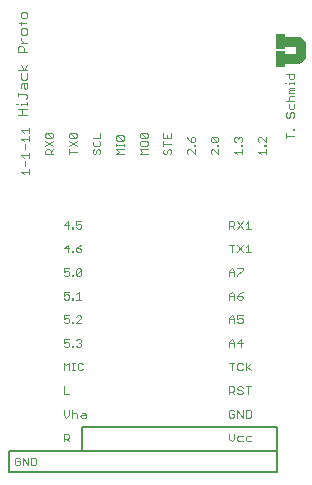
<source format=gto>
G75*
G70*
%OFA0B0*%
%FSLAX24Y24*%
%IPPOS*%
%LPD*%
%AMOC8*
5,1,8,0,0,1.08239X$1,22.5*
%
%ADD10C,0.0040*%
%ADD11C,0.0080*%
%ADD12C,0.0010*%
D10*
X001916Y002415D02*
X002003Y002415D01*
X002046Y002458D01*
X002046Y002545D01*
X001959Y002545D01*
X001873Y002632D02*
X001916Y002675D01*
X002003Y002675D01*
X002046Y002632D01*
X002149Y002675D02*
X002149Y002415D01*
X002322Y002415D02*
X002149Y002675D01*
X002322Y002675D02*
X002322Y002415D01*
X002425Y002415D02*
X002555Y002415D01*
X002599Y002458D01*
X002599Y002632D01*
X002555Y002675D01*
X002425Y002675D01*
X002425Y002415D01*
X001916Y002415D02*
X001873Y002458D01*
X001873Y002632D01*
X003511Y003215D02*
X003511Y003475D01*
X003641Y003475D01*
X003684Y003432D01*
X003684Y003345D01*
X003641Y003301D01*
X003511Y003301D01*
X003598Y003301D02*
X003684Y003215D01*
X003598Y004002D02*
X003684Y004089D01*
X003684Y004262D01*
X003787Y004262D02*
X003787Y004002D01*
X003787Y004132D02*
X003830Y004176D01*
X003917Y004176D01*
X003961Y004132D01*
X003961Y004002D01*
X004063Y004045D02*
X004107Y004089D01*
X004237Y004089D01*
X004237Y004132D02*
X004237Y004002D01*
X004107Y004002D01*
X004063Y004045D01*
X004107Y004176D02*
X004193Y004176D01*
X004237Y004132D01*
X003684Y004790D02*
X003511Y004790D01*
X003511Y005050D01*
X003511Y005577D02*
X003511Y005837D01*
X003598Y005750D01*
X003684Y005837D01*
X003684Y005577D01*
X003787Y005577D02*
X003874Y005577D01*
X003830Y005577D02*
X003830Y005837D01*
X003787Y005837D02*
X003874Y005837D01*
X003971Y005794D02*
X003971Y005620D01*
X004015Y005577D01*
X004101Y005577D01*
X004145Y005620D01*
X004145Y005794D02*
X004101Y005837D01*
X004015Y005837D01*
X003971Y005794D01*
X003969Y006364D02*
X003925Y006408D01*
X003969Y006364D02*
X004055Y006364D01*
X004099Y006408D01*
X004099Y006451D01*
X004055Y006494D01*
X004012Y006494D01*
X004055Y006494D02*
X004099Y006538D01*
X004099Y006581D01*
X004055Y006625D01*
X003969Y006625D01*
X003925Y006581D01*
X003830Y006408D02*
X003830Y006364D01*
X003787Y006364D01*
X003787Y006408D01*
X003830Y006408D01*
X003684Y006408D02*
X003684Y006494D01*
X003641Y006538D01*
X003598Y006538D01*
X003511Y006494D01*
X003511Y006625D01*
X003684Y006625D01*
X003684Y006408D02*
X003641Y006364D01*
X003554Y006364D01*
X003511Y006408D01*
X003554Y007152D02*
X003511Y007195D01*
X003554Y007152D02*
X003641Y007152D01*
X003684Y007195D01*
X003684Y007282D01*
X003641Y007325D01*
X003598Y007325D01*
X003511Y007282D01*
X003511Y007412D01*
X003684Y007412D01*
X003787Y007195D02*
X003830Y007195D01*
X003830Y007152D01*
X003787Y007152D01*
X003787Y007195D01*
X003925Y007152D02*
X004099Y007325D01*
X004099Y007369D01*
X004055Y007412D01*
X003969Y007412D01*
X003925Y007369D01*
X003925Y007152D02*
X004099Y007152D01*
X004099Y007939D02*
X003925Y007939D01*
X004012Y007939D02*
X004012Y008199D01*
X003925Y008113D01*
X003830Y007982D02*
X003830Y007939D01*
X003787Y007939D01*
X003787Y007982D01*
X003830Y007982D01*
X003684Y007982D02*
X003641Y007939D01*
X003554Y007939D01*
X003511Y007982D01*
X003511Y008069D02*
X003598Y008113D01*
X003641Y008113D01*
X003684Y008069D01*
X003684Y007982D01*
X003511Y008069D02*
X003511Y008199D01*
X003684Y008199D01*
X003641Y008727D02*
X003554Y008727D01*
X003511Y008770D01*
X003511Y008857D02*
X003598Y008900D01*
X003641Y008900D01*
X003684Y008857D01*
X003684Y008770D01*
X003641Y008727D01*
X003787Y008727D02*
X003830Y008727D01*
X003830Y008770D01*
X003787Y008770D01*
X003787Y008727D01*
X003925Y008770D02*
X003925Y008943D01*
X003969Y008987D01*
X004055Y008987D01*
X004099Y008943D01*
X003925Y008770D01*
X003969Y008727D01*
X004055Y008727D01*
X004099Y008770D01*
X004099Y008943D01*
X004055Y009514D02*
X003969Y009514D01*
X003925Y009557D01*
X003925Y009644D01*
X004055Y009644D01*
X004099Y009601D01*
X004099Y009557D01*
X004055Y009514D01*
X003925Y009644D02*
X004012Y009731D01*
X004099Y009774D01*
X004055Y010301D02*
X003969Y010301D01*
X003925Y010345D01*
X003925Y010431D02*
X004012Y010475D01*
X004055Y010475D01*
X004099Y010431D01*
X004099Y010345D01*
X004055Y010301D01*
X003925Y010431D02*
X003925Y010562D01*
X004099Y010562D01*
X003830Y010345D02*
X003830Y010301D01*
X003787Y010301D01*
X003787Y010345D01*
X003830Y010345D01*
X003684Y010431D02*
X003511Y010431D01*
X003641Y010562D01*
X003641Y010301D01*
X003641Y009774D02*
X003511Y009644D01*
X003684Y009644D01*
X003787Y009557D02*
X003787Y009514D01*
X003830Y009514D01*
X003830Y009557D01*
X003787Y009557D01*
X003641Y009514D02*
X003641Y009774D01*
X003684Y008987D02*
X003511Y008987D01*
X003511Y008857D01*
X002343Y012117D02*
X002343Y012291D01*
X002343Y012204D02*
X002082Y012204D01*
X002169Y012117D01*
X002213Y012394D02*
X002213Y012567D01*
X002169Y012670D02*
X002082Y012756D01*
X002343Y012756D01*
X002343Y012670D02*
X002343Y012843D01*
X002213Y012946D02*
X002213Y013119D01*
X002169Y013222D02*
X002082Y013309D01*
X002343Y013309D01*
X002343Y013222D02*
X002343Y013396D01*
X002343Y013498D02*
X002343Y013672D01*
X002343Y013585D02*
X002082Y013585D01*
X002169Y013498D01*
X002132Y014089D02*
X002132Y014296D01*
X002080Y014411D02*
X002080Y014463D01*
X002287Y014463D01*
X002287Y014411D02*
X002287Y014515D01*
X002235Y014626D02*
X002287Y014678D01*
X002287Y014729D01*
X002235Y014781D01*
X001977Y014781D01*
X001977Y014729D02*
X001977Y014833D01*
X002080Y015000D02*
X002080Y015103D01*
X002132Y015155D01*
X002287Y015155D01*
X002287Y015000D01*
X002235Y014948D01*
X002184Y015000D01*
X002184Y015155D01*
X002235Y015270D02*
X002132Y015270D01*
X002080Y015322D01*
X002080Y015477D01*
X001977Y015593D02*
X002287Y015593D01*
X002184Y015593D02*
X002080Y015748D01*
X002184Y015593D02*
X002287Y015748D01*
X002287Y015477D02*
X002287Y015322D01*
X002235Y015270D01*
X001977Y014463D02*
X001925Y014463D01*
X001977Y014296D02*
X002287Y014296D01*
X002287Y014089D02*
X001977Y014089D01*
X002896Y013461D02*
X002939Y013504D01*
X003113Y013330D01*
X003156Y013374D01*
X003156Y013461D01*
X003113Y013504D01*
X002939Y013504D01*
X002896Y013461D02*
X002896Y013374D01*
X002939Y013330D01*
X003113Y013330D01*
X003156Y013228D02*
X002896Y013054D01*
X002939Y012951D02*
X003026Y012951D01*
X003069Y012908D01*
X003069Y012778D01*
X003069Y012865D02*
X003156Y012951D01*
X003156Y013054D02*
X002896Y013228D01*
X002939Y012951D02*
X002896Y012908D01*
X002896Y012778D01*
X003156Y012778D01*
X003683Y012778D02*
X003683Y012951D01*
X003683Y012865D02*
X003943Y012865D01*
X003943Y013054D02*
X003683Y013228D01*
X003727Y013330D02*
X003683Y013374D01*
X003683Y013461D01*
X003727Y013504D01*
X003900Y013330D01*
X003943Y013374D01*
X003943Y013461D01*
X003900Y013504D01*
X003727Y013504D01*
X003727Y013330D02*
X003900Y013330D01*
X003943Y013228D02*
X003683Y013054D01*
X004471Y013098D02*
X004514Y013054D01*
X004688Y013054D01*
X004731Y013098D01*
X004731Y013184D01*
X004688Y013228D01*
X004731Y013330D02*
X004731Y013504D01*
X004731Y013330D02*
X004471Y013330D01*
X004514Y013228D02*
X004471Y013184D01*
X004471Y013098D01*
X004514Y012951D02*
X004471Y012908D01*
X004471Y012821D01*
X004514Y012778D01*
X004557Y012778D01*
X004601Y012821D01*
X004601Y012908D01*
X004644Y012951D01*
X004688Y012951D01*
X004731Y012908D01*
X004731Y012821D01*
X004688Y012778D01*
X005258Y012778D02*
X005345Y012865D01*
X005258Y012951D01*
X005518Y012951D01*
X005518Y013054D02*
X005518Y013141D01*
X005518Y013098D02*
X005258Y013098D01*
X005258Y013141D02*
X005258Y013054D01*
X005301Y013238D02*
X005258Y013282D01*
X005258Y013368D01*
X005301Y013412D01*
X005475Y013238D01*
X005518Y013282D01*
X005518Y013368D01*
X005475Y013412D01*
X005301Y013412D01*
X005301Y013238D02*
X005475Y013238D01*
X005518Y012778D02*
X005258Y012778D01*
X006045Y012778D02*
X006132Y012865D01*
X006045Y012951D01*
X006306Y012951D01*
X006262Y013054D02*
X006306Y013098D01*
X006306Y013184D01*
X006262Y013228D01*
X006089Y013228D01*
X006045Y013184D01*
X006045Y013098D01*
X006089Y013054D01*
X006262Y013054D01*
X006262Y013330D02*
X006089Y013330D01*
X006045Y013374D01*
X006045Y013461D01*
X006089Y013504D01*
X006262Y013330D01*
X006306Y013374D01*
X006306Y013461D01*
X006262Y013504D01*
X006089Y013504D01*
X006045Y012778D02*
X006306Y012778D01*
X006833Y012821D02*
X006876Y012778D01*
X006920Y012778D01*
X006963Y012821D01*
X006963Y012908D01*
X007006Y012951D01*
X007050Y012951D01*
X007093Y012908D01*
X007093Y012821D01*
X007050Y012778D01*
X006876Y012951D02*
X006833Y012908D01*
X006833Y012821D01*
X006833Y013054D02*
X006833Y013228D01*
X006833Y013141D02*
X007093Y013141D01*
X007093Y013330D02*
X007093Y013504D01*
X006963Y013417D02*
X006963Y013330D01*
X006833Y013330D02*
X007093Y013330D01*
X006833Y013330D02*
X006833Y013504D01*
X007620Y013366D02*
X007664Y013279D01*
X007750Y013192D01*
X007750Y013322D01*
X007794Y013366D01*
X007837Y013366D01*
X007880Y013322D01*
X007880Y013236D01*
X007837Y013192D01*
X007750Y013192D01*
X007837Y013098D02*
X007880Y013098D01*
X007880Y013054D01*
X007837Y013054D01*
X007837Y013098D01*
X007880Y012951D02*
X007880Y012778D01*
X007707Y012951D01*
X007664Y012951D01*
X007620Y012908D01*
X007620Y012821D01*
X007664Y012778D01*
X008408Y012821D02*
X008451Y012778D01*
X008408Y012821D02*
X008408Y012908D01*
X008451Y012951D01*
X008494Y012951D01*
X008668Y012778D01*
X008668Y012951D01*
X008668Y013054D02*
X008668Y013098D01*
X008625Y013098D01*
X008625Y013054D01*
X008668Y013054D01*
X008625Y013192D02*
X008451Y013192D01*
X008408Y013236D01*
X008408Y013322D01*
X008451Y013366D01*
X008625Y013192D01*
X008668Y013236D01*
X008668Y013322D01*
X008625Y013366D01*
X008451Y013366D01*
X009195Y013322D02*
X009238Y013366D01*
X009282Y013366D01*
X009325Y013322D01*
X009369Y013366D01*
X009412Y013366D01*
X009455Y013322D01*
X009455Y013236D01*
X009412Y013192D01*
X009412Y013098D02*
X009455Y013098D01*
X009455Y013054D01*
X009412Y013054D01*
X009412Y013098D01*
X009455Y012951D02*
X009455Y012778D01*
X009455Y012865D02*
X009195Y012865D01*
X009282Y012778D01*
X009238Y013192D02*
X009195Y013236D01*
X009195Y013322D01*
X009325Y013322D02*
X009325Y013279D01*
X009982Y013236D02*
X010026Y013192D01*
X009982Y013236D02*
X009982Y013322D01*
X010026Y013366D01*
X010069Y013366D01*
X010243Y013192D01*
X010243Y013366D01*
X010243Y013098D02*
X010243Y013054D01*
X010199Y013054D01*
X010199Y013098D01*
X010243Y013098D01*
X010243Y012951D02*
X010243Y012778D01*
X010243Y012865D02*
X009982Y012865D01*
X010069Y012778D01*
X010924Y013315D02*
X010924Y013489D01*
X010924Y013402D02*
X011185Y013402D01*
X011185Y013591D02*
X011185Y013635D01*
X011141Y013635D01*
X011141Y013591D01*
X011185Y013591D01*
X011141Y014006D02*
X011185Y014049D01*
X011185Y014136D01*
X011141Y014179D01*
X011098Y014179D01*
X011054Y014136D01*
X011054Y014049D01*
X011011Y014006D01*
X010968Y014006D01*
X010924Y014049D01*
X010924Y014136D01*
X010968Y014179D01*
X011054Y014282D02*
X011141Y014282D01*
X011185Y014325D01*
X011185Y014456D01*
X011185Y014558D02*
X010924Y014558D01*
X011011Y014602D02*
X011011Y014688D01*
X011054Y014732D01*
X011185Y014732D01*
X011185Y014834D02*
X011011Y014834D01*
X011011Y014878D01*
X011054Y014921D01*
X011011Y014965D01*
X011054Y015008D01*
X011185Y015008D01*
X011185Y014921D02*
X011054Y014921D01*
X011011Y015111D02*
X011011Y015154D01*
X011185Y015154D01*
X011185Y015111D02*
X011185Y015197D01*
X011141Y015295D02*
X011054Y015295D01*
X011011Y015338D01*
X011011Y015468D01*
X010924Y015468D02*
X011185Y015468D01*
X011185Y015338D01*
X011141Y015295D01*
X010924Y015154D02*
X010881Y015154D01*
X011011Y014602D02*
X011054Y014558D01*
X011011Y014456D02*
X011011Y014325D01*
X011054Y014282D01*
X009662Y010562D02*
X009662Y010301D01*
X009575Y010301D02*
X009749Y010301D01*
X009575Y010475D02*
X009662Y010562D01*
X009472Y010562D02*
X009299Y010301D01*
X009196Y010301D02*
X009109Y010388D01*
X009153Y010388D02*
X009023Y010388D01*
X009023Y010301D02*
X009023Y010562D01*
X009153Y010562D01*
X009196Y010518D01*
X009196Y010431D01*
X009153Y010388D01*
X009299Y010562D02*
X009472Y010301D01*
X009472Y009774D02*
X009299Y009514D01*
X009472Y009514D02*
X009299Y009774D01*
X009196Y009774D02*
X009023Y009774D01*
X009109Y009774D02*
X009109Y009514D01*
X009109Y008987D02*
X009196Y008900D01*
X009196Y008727D01*
X009299Y008727D02*
X009299Y008770D01*
X009472Y008943D01*
X009472Y008987D01*
X009299Y008987D01*
X009196Y008857D02*
X009023Y008857D01*
X009023Y008900D02*
X009109Y008987D01*
X009023Y008900D02*
X009023Y008727D01*
X009109Y008199D02*
X009023Y008113D01*
X009023Y007939D01*
X009023Y008069D02*
X009196Y008069D01*
X009196Y008113D02*
X009196Y007939D01*
X009299Y007982D02*
X009342Y007939D01*
X009429Y007939D01*
X009472Y007982D01*
X009472Y008026D01*
X009429Y008069D01*
X009299Y008069D01*
X009299Y007982D01*
X009299Y008069D02*
X009386Y008156D01*
X009472Y008199D01*
X009196Y008113D02*
X009109Y008199D01*
X009109Y007412D02*
X009023Y007325D01*
X009023Y007152D01*
X009023Y007282D02*
X009196Y007282D01*
X009196Y007325D02*
X009196Y007152D01*
X009299Y007195D02*
X009342Y007152D01*
X009429Y007152D01*
X009472Y007195D01*
X009472Y007282D01*
X009429Y007325D01*
X009386Y007325D01*
X009299Y007282D01*
X009299Y007412D01*
X009472Y007412D01*
X009196Y007325D02*
X009109Y007412D01*
X009109Y006625D02*
X009023Y006538D01*
X009023Y006364D01*
X009023Y006494D02*
X009196Y006494D01*
X009196Y006538D02*
X009196Y006364D01*
X009299Y006494D02*
X009472Y006494D01*
X009429Y006364D02*
X009429Y006625D01*
X009299Y006494D01*
X009196Y006538D02*
X009109Y006625D01*
X009109Y005837D02*
X009109Y005577D01*
X009023Y005837D02*
X009196Y005837D01*
X009299Y005794D02*
X009299Y005620D01*
X009342Y005577D01*
X009429Y005577D01*
X009472Y005620D01*
X009575Y005577D02*
X009575Y005837D01*
X009472Y005794D02*
X009429Y005837D01*
X009342Y005837D01*
X009299Y005794D01*
X009575Y005664D02*
X009749Y005837D01*
X009618Y005707D02*
X009749Y005577D01*
X009749Y005050D02*
X009575Y005050D01*
X009662Y005050D02*
X009662Y004790D01*
X009472Y004833D02*
X009429Y004790D01*
X009342Y004790D01*
X009299Y004833D01*
X009342Y004920D02*
X009429Y004920D01*
X009472Y004876D01*
X009472Y004833D01*
X009342Y004920D02*
X009299Y004963D01*
X009299Y005006D01*
X009342Y005050D01*
X009429Y005050D01*
X009472Y005006D01*
X009196Y005006D02*
X009196Y004920D01*
X009153Y004876D01*
X009023Y004876D01*
X009109Y004876D02*
X009196Y004790D01*
X009196Y005006D02*
X009153Y005050D01*
X009023Y005050D01*
X009023Y004790D01*
X009066Y004262D02*
X009023Y004219D01*
X009023Y004045D01*
X009066Y004002D01*
X009153Y004002D01*
X009196Y004045D01*
X009196Y004132D01*
X009109Y004132D01*
X009196Y004219D02*
X009153Y004262D01*
X009066Y004262D01*
X009299Y004262D02*
X009299Y004002D01*
X009472Y004002D02*
X009472Y004262D01*
X009575Y004262D02*
X009705Y004262D01*
X009749Y004219D01*
X009749Y004045D01*
X009705Y004002D01*
X009575Y004002D01*
X009575Y004262D01*
X009299Y004262D02*
X009472Y004002D01*
X009196Y003475D02*
X009196Y003301D01*
X009109Y003215D01*
X009023Y003301D01*
X009023Y003475D01*
X009299Y003345D02*
X009299Y003258D01*
X009342Y003215D01*
X009472Y003215D01*
X009575Y003258D02*
X009618Y003215D01*
X009749Y003215D01*
X009749Y003388D02*
X009618Y003388D01*
X009575Y003345D01*
X009575Y003258D01*
X009472Y003388D02*
X009342Y003388D01*
X009299Y003345D01*
X009575Y009514D02*
X009749Y009514D01*
X009662Y009514D02*
X009662Y009774D01*
X009575Y009687D01*
X003511Y004262D02*
X003511Y004089D01*
X003598Y004002D01*
X002287Y016184D02*
X001977Y016184D01*
X001977Y016339D01*
X002028Y016390D01*
X002132Y016390D01*
X002184Y016339D01*
X002184Y016184D01*
X002184Y016506D02*
X002080Y016609D01*
X002080Y016661D01*
X002132Y016774D02*
X002235Y016774D01*
X002287Y016826D01*
X002287Y016929D01*
X002235Y016981D01*
X002132Y016981D01*
X002080Y016929D01*
X002080Y016826D01*
X002132Y016774D01*
X002080Y016506D02*
X002287Y016506D01*
X002080Y017097D02*
X002080Y017200D01*
X002028Y017148D02*
X002235Y017148D01*
X002287Y017200D01*
X002235Y017311D02*
X002132Y017311D01*
X002080Y017363D01*
X002080Y017466D01*
X002132Y017518D01*
X002235Y017518D01*
X002287Y017466D01*
X002287Y017363D01*
X002235Y017311D01*
D11*
X001673Y002885D02*
X001673Y002185D01*
X010623Y002185D01*
X010623Y002885D01*
X010623Y003685D01*
X004123Y003685D01*
X004123Y002885D01*
X010623Y002885D01*
X004123Y002885D02*
X001673Y002885D01*
D12*
X010575Y015723D02*
X010865Y015723D01*
X010865Y015823D01*
X011355Y015823D01*
X011545Y016013D01*
X011545Y016513D01*
X011355Y016703D01*
X010865Y016703D01*
X010865Y016793D01*
X010575Y016793D01*
X010575Y016313D01*
X010865Y016313D01*
X010865Y016403D01*
X011255Y016403D01*
X011255Y016113D01*
X010865Y016113D01*
X010865Y016213D01*
X010575Y016213D01*
X010575Y015723D01*
X010575Y015725D02*
X010865Y015725D01*
X010865Y015733D02*
X010575Y015733D01*
X010575Y015742D02*
X010865Y015742D01*
X010865Y015751D02*
X010575Y015751D01*
X010575Y015759D02*
X010865Y015759D01*
X010865Y015768D02*
X010575Y015768D01*
X010575Y015776D02*
X010865Y015776D01*
X010865Y015785D02*
X010575Y015785D01*
X010575Y015793D02*
X010865Y015793D01*
X010865Y015802D02*
X010575Y015802D01*
X010575Y015810D02*
X010865Y015810D01*
X010865Y015819D02*
X010575Y015819D01*
X010575Y015827D02*
X011359Y015827D01*
X011368Y015836D02*
X010575Y015836D01*
X010575Y015844D02*
X011376Y015844D01*
X011385Y015853D02*
X010575Y015853D01*
X010575Y015862D02*
X011393Y015862D01*
X011402Y015870D02*
X010575Y015870D01*
X010575Y015879D02*
X011410Y015879D01*
X011419Y015887D02*
X010575Y015887D01*
X010575Y015896D02*
X011427Y015896D01*
X011436Y015904D02*
X010575Y015904D01*
X010575Y015913D02*
X011445Y015913D01*
X011453Y015921D02*
X010575Y015921D01*
X010575Y015930D02*
X011462Y015930D01*
X011470Y015938D02*
X010575Y015938D01*
X010575Y015947D02*
X011479Y015947D01*
X011487Y015956D02*
X010575Y015956D01*
X010575Y015964D02*
X011496Y015964D01*
X011504Y015973D02*
X010575Y015973D01*
X010575Y015981D02*
X011513Y015981D01*
X011521Y015990D02*
X010575Y015990D01*
X010575Y015998D02*
X011530Y015998D01*
X011539Y016007D02*
X010575Y016007D01*
X010575Y016015D02*
X011545Y016015D01*
X011545Y016024D02*
X010575Y016024D01*
X010575Y016032D02*
X011545Y016032D01*
X011545Y016041D02*
X010575Y016041D01*
X010575Y016050D02*
X011545Y016050D01*
X011545Y016058D02*
X010575Y016058D01*
X010575Y016067D02*
X011545Y016067D01*
X011545Y016075D02*
X010575Y016075D01*
X010575Y016084D02*
X011545Y016084D01*
X011545Y016092D02*
X010575Y016092D01*
X010575Y016101D02*
X011545Y016101D01*
X011545Y016109D02*
X010575Y016109D01*
X010575Y016118D02*
X010865Y016118D01*
X010865Y016126D02*
X010575Y016126D01*
X010575Y016135D02*
X010865Y016135D01*
X010865Y016144D02*
X010575Y016144D01*
X010575Y016152D02*
X010865Y016152D01*
X010865Y016161D02*
X010575Y016161D01*
X010575Y016169D02*
X010865Y016169D01*
X010865Y016178D02*
X010575Y016178D01*
X010575Y016186D02*
X010865Y016186D01*
X010865Y016195D02*
X010575Y016195D01*
X010575Y016203D02*
X010865Y016203D01*
X010865Y016212D02*
X010575Y016212D01*
X010575Y016314D02*
X010865Y016314D01*
X010865Y016323D02*
X010575Y016323D01*
X010575Y016331D02*
X010865Y016331D01*
X010865Y016340D02*
X010575Y016340D01*
X010575Y016349D02*
X010865Y016349D01*
X010865Y016357D02*
X010575Y016357D01*
X010575Y016366D02*
X010865Y016366D01*
X010865Y016374D02*
X010575Y016374D01*
X010575Y016383D02*
X010865Y016383D01*
X010865Y016391D02*
X010575Y016391D01*
X010575Y016400D02*
X010865Y016400D01*
X010865Y016707D02*
X010575Y016707D01*
X010575Y016699D02*
X011359Y016699D01*
X011367Y016690D02*
X010575Y016690D01*
X010575Y016682D02*
X011376Y016682D01*
X011384Y016673D02*
X010575Y016673D01*
X010575Y016665D02*
X011393Y016665D01*
X011401Y016656D02*
X010575Y016656D01*
X010575Y016648D02*
X011410Y016648D01*
X011418Y016639D02*
X010575Y016639D01*
X010575Y016630D02*
X011427Y016630D01*
X011435Y016622D02*
X010575Y016622D01*
X010575Y016613D02*
X011444Y016613D01*
X011453Y016605D02*
X010575Y016605D01*
X010575Y016596D02*
X011461Y016596D01*
X011470Y016588D02*
X010575Y016588D01*
X010575Y016579D02*
X011478Y016579D01*
X011487Y016571D02*
X010575Y016571D01*
X010575Y016562D02*
X011495Y016562D01*
X011504Y016554D02*
X010575Y016554D01*
X010575Y016545D02*
X011512Y016545D01*
X011521Y016536D02*
X010575Y016536D01*
X010575Y016528D02*
X011529Y016528D01*
X011538Y016519D02*
X010575Y016519D01*
X010575Y016511D02*
X011545Y016511D01*
X011545Y016502D02*
X010575Y016502D01*
X010575Y016494D02*
X011545Y016494D01*
X011545Y016485D02*
X010575Y016485D01*
X010575Y016477D02*
X011545Y016477D01*
X011545Y016468D02*
X010575Y016468D01*
X010575Y016460D02*
X011545Y016460D01*
X011545Y016451D02*
X010575Y016451D01*
X010575Y016443D02*
X011545Y016443D01*
X011545Y016434D02*
X010575Y016434D01*
X010575Y016425D02*
X011545Y016425D01*
X011545Y016417D02*
X010575Y016417D01*
X010575Y016408D02*
X011545Y016408D01*
X011545Y016400D02*
X011255Y016400D01*
X011255Y016391D02*
X011545Y016391D01*
X011545Y016383D02*
X011255Y016383D01*
X011255Y016374D02*
X011545Y016374D01*
X011545Y016366D02*
X011255Y016366D01*
X011255Y016357D02*
X011545Y016357D01*
X011545Y016349D02*
X011255Y016349D01*
X011255Y016340D02*
X011545Y016340D01*
X011545Y016331D02*
X011255Y016331D01*
X011255Y016323D02*
X011545Y016323D01*
X011545Y016314D02*
X011255Y016314D01*
X011255Y016306D02*
X011545Y016306D01*
X011545Y016297D02*
X011255Y016297D01*
X011255Y016289D02*
X011545Y016289D01*
X011545Y016280D02*
X011255Y016280D01*
X011255Y016272D02*
X011545Y016272D01*
X011545Y016263D02*
X011255Y016263D01*
X011255Y016255D02*
X011545Y016255D01*
X011545Y016246D02*
X011255Y016246D01*
X011255Y016237D02*
X011545Y016237D01*
X011545Y016229D02*
X011255Y016229D01*
X011255Y016220D02*
X011545Y016220D01*
X011545Y016212D02*
X011255Y016212D01*
X011255Y016203D02*
X011545Y016203D01*
X011545Y016195D02*
X011255Y016195D01*
X011255Y016186D02*
X011545Y016186D01*
X011545Y016178D02*
X011255Y016178D01*
X011255Y016169D02*
X011545Y016169D01*
X011545Y016161D02*
X011255Y016161D01*
X011255Y016152D02*
X011545Y016152D01*
X011545Y016144D02*
X011255Y016144D01*
X011255Y016135D02*
X011545Y016135D01*
X011545Y016126D02*
X011255Y016126D01*
X011255Y016118D02*
X011545Y016118D01*
X010865Y016716D02*
X010575Y016716D01*
X010575Y016724D02*
X010865Y016724D01*
X010865Y016733D02*
X010575Y016733D01*
X010575Y016742D02*
X010865Y016742D01*
X010865Y016750D02*
X010575Y016750D01*
X010575Y016759D02*
X010865Y016759D01*
X010865Y016767D02*
X010575Y016767D01*
X010575Y016776D02*
X010865Y016776D01*
X010865Y016784D02*
X010575Y016784D01*
X010575Y016793D02*
X010865Y016793D01*
M02*

</source>
